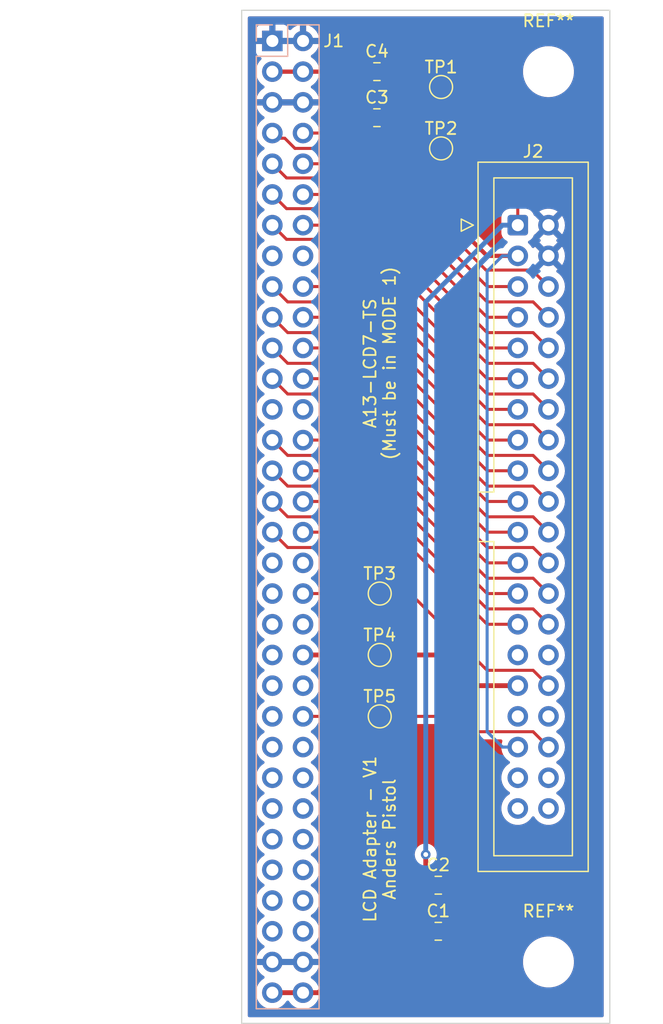
<source format=kicad_pcb>
(kicad_pcb (version 20211014) (generator pcbnew)
  (layers (0 "F.Cu" signal) (31 "B.Cu" signal) (34 "B.Paste" user) (35 "F.Paste" user) (36 "B.SilkS" user "B.Silkscreen") (37 "F.SilkS" user "F.Silkscreen") (38 "B.Mask" user) (39 "F.Mask" user) (44 "Edge.Cuts" user))
  (net 0 "")
  (net 1 "GND")
  (net 2 "5v0")
  (net 3 "/R0")
  (net 4 "/R1")
  (net 5 "/R2")
  (net 6 "/R3")
  (net 7 "/R4")
  (net 8 "/R5")
  (net 9 "/R6")
  (net 10 "/R7")
  (net 13 "/G0")
  (net 14 "/G1")
  (net 15 "/G2")
  (net 16 "/G3")
  (net 17 "/G4")
  (net 18 "/G5")
  (net 19 "/G6")
  (net 20 "/G7")
  (net 23 "/B0")
  (net 24 "/B1")
  (net 25 "/B2")
  (net 26 "/B3")
  (net 27 "/B4")
  (net 28 "/B5")
  (net 29 "/B6")
  (net 30 "/B7")
  (net 52 "3v3")
  (net 53 "/BKL")
  (net 55 "/CLK")
  (net 65 "/DE")
  (footprint "Capacitor_SMD:C_0805_2012Metric_Pad1.18x1.45mm_HandSolder" (layer "F.Cu") (at 84.8575 50.8)
    (fp_text reference "C4" (at 0 -1.68) (layer "F.SilkS"))
    (fp_text value "1uF")
    (fp_line (start -0.261252 -0.735) (end 0.261252 -0.735) (layer "F.SilkS") (width 0.12))
    (fp_line (start -0.261252 0.735) (end 0.261252 0.735) (layer "F.SilkS") (width 0.12))
    (pad "1" smd roundrect (at -1.0375 0) (size 1.175 1.45) (layers "F.Cu" "F.Paste" "F.Mask") (roundrect_rratio 0.2127659574) (net 52 "3v3"))
    (pad "2" smd roundrect (at 1.0375 0) (size 1.175 1.45) (layers "F.Cu" "F.Paste" "F.Mask") (roundrect_rratio 0.2127659574) (net 1 "GND"))
  )
  (footprint "TestPoint:TestPoint_Pad_D1.5mm" (layer "F.Cu") (at 85.09 93.98)
    (fp_text reference "TP3" (at 0 -1.648) (layer "F.SilkS"))
    (fp_text value "DE")
    (fp_circle (center 0 0) (end 0 0.95) (layer "F.SilkS") (width 0.12) (fill none))
    (pad "1" smd circle (at 0 0) (size 1.5 1.5) (layers "F.Cu" "F.Mask") (net 65 "/DE"))
  )
  (footprint "TestPoint:TestPoint_Pad_D1.5mm" (layer "F.Cu") (at 90.17 52.07)
    (fp_text reference "TP1" (at 0 -1.648) (layer "F.SilkS"))
    (fp_text value "5v0")
    (fp_circle (center 0 0) (end 0 0.95) (layer "F.SilkS") (width 0.12) (fill none))
    (pad "1" smd circle (at 0 0) (size 1.5 1.5) (layers "F.Cu" "F.Mask") (net 2 "5v0"))
  )
  (footprint "Connector_IDC:IDC-Header_2x20_P2.54mm_Vertical" (layer "F.Cu") (at 96.52 63.5)
    (fp_text reference "J2" (at 1.27 -6.1) (layer "F.SilkS"))
    (fp_text value "Conn_02x20_Odd_Even")
    (fp_line (start -1.98 22.08) (end -1.98 -3.91) (layer "F.SilkS") (width 0.12))
    (fp_line (start 4.52 -3.91) (end 4.52 52.17) (layer "F.SilkS") (width 0.12))
    (fp_line (start -1.98 -3.91) (end 4.52 -3.91) (layer "F.SilkS") (width 0.12))
    (fp_line (start -4.68 0.5) (end -3.68 0) (layer "F.SilkS") (width 0.12))
    (fp_line (start -1.98 26.18) (end -1.98 26.18) (layer "F.SilkS") (width 0.12))
    (fp_line (start 5.83 53.47) (end -3.29 53.47) (layer "F.SilkS") (width 0.12))
    (fp_line (start -3.29 22.08) (end -1.98 22.08) (layer "F.SilkS") (width 0.12))
    (fp_line (start -3.68 0) (end -4.68 -0.5) (layer "F.SilkS") (width 0.12))
    (fp_line (start -4.68 -0.5) (end -4.68 0.5) (layer "F.SilkS") (width 0.12))
    (fp_line (start -3.29 -5.21) (end 5.83 -5.21) (layer "F.SilkS") (width 0.12))
    (fp_line (start 5.83 -5.21) (end 5.83 53.47) (layer "F.SilkS") (width 0.12))
    (fp_line (start -3.29 53.47) (end -3.29 -5.21) (layer "F.SilkS") (width 0.12))
    (fp_line (start -1.98 52.17) (end -1.98 26.18) (layer "F.SilkS") (width 0.12))
    (fp_line (start 4.52 52.17) (end -1.98 52.17) (layer "F.SilkS") (width 0.12))
    (fp_line (start -1.98 26.18) (end -3.29 26.18) (layer "F.SilkS") (width 0.12))
    (pad "1" thru_hole roundrect (at 0 0) (size 1.7 1.7) (drill 1) (layers *.Cu *.Mask) (roundrect_rratio 0.1470588235) (net 2 "5v0"))
    (pad "2" thru_hole circle (at 2.54 0) (size 1.7 1.7) (drill 1) (layers *.Cu *.Mask) (net 1 "GND"))
    (pad "3" thru_hole circle (at 0 2.54) (size 1.7 1.7) (drill 1) (layers *.Cu *.Mask) (net 52 "3v3"))
    (pad "4" thru_hole circle (at 2.54 2.54) (size 1.7 1.7) (drill 1) (layers *.Cu *.Mask) (net 1 "GND"))
    (pad "5" thru_hole circle (at 0 5.08) (size 1.7 1.7) (drill 1) (layers *.Cu *.Mask) (net 3 "/R0"))
    (pad "6" thru_hole circle (at 2.54 5.08) (size 1.7 1.7) (drill 1) (layers *.Cu *.Mask) (net 4 "/R1"))
    (pad "7" thru_hole circle (at 0 7.62) (size 1.7 1.7) (drill 1) (layers *.Cu *.Mask) (net 5 "/R2"))
    (pad "8" thru_hole circle (at 2.54 7.62) (size 1.7 1.7) (drill 1) (layers *.Cu *.Mask) (net 6 "/R3"))
    (pad "9" thru_hole circle (at 0 10.16) (size 1.7 1.7) (drill 1) (layers *.Cu *.Mask) (net 7 "/R4"))
    (pad "10" thru_hole circle (at 2.54 10.16) (size 1.7 1.7) (drill 1) (layers *.Cu *.Mask) (net 8 "/R5"))
    (pad "11" thru_hole circle (at 0 12.7) (size 1.7 1.7) (drill 1) (layers *.Cu *.Mask) (net 9 "/R6"))
    (pad "12" thru_hole circle (at 2.54 12.7) (size 1.7 1.7) (drill 1) (layers *.Cu *.Mask) (net 10 "/R7"))
    (pad "13" thru_hole circle (at 0 15.24) (size 1.7 1.7) (drill 1) (layers *.Cu *.Mask) (net 13 "/G0"))
    (pad "14" thru_hole circle (at 2.54 15.24) (size 1.7 1.7) (drill 1) (layers *.Cu *.Mask) (net 14 "/G1"))
    (pad "15" thru_hole circle (at 0 17.78) (size 1.7 1.7) (drill 1) (layers *.Cu *.Mask) (net 15 "/G2"))
    (pad "16" thru_hole circle (at 2.54 17.78) (size 1.7 1.7) (drill 1) (layers *.Cu *.Mask) (net 16 "/G3"))
    (pad "17" thru_hole circle (at 0 20.32) (size 1.7 1.7) (drill 1) (layers *.Cu *.Mask) (net 17 "/G4"))
    (pad "18" thru_hole circle (at 2.54 20.32) (size 1.7 1.7) (drill 1) (layers *.Cu *.Mask) (net 18 "/G5"))
    (pad "19" thru_hole circle (at 0 22.86) (size 1.7 1.7) (drill 1) (layers *.Cu *.Mask) (net 19 "/G6"))
    (pad "20" thru_hole circle (at 2.54 22.86) (size 1.7 1.7) (drill 1) (layers *.Cu *.Mask) (net 20 "/G7"))
    (pad "21" thru_hole circle (at 0 25.4) (size 1.7 1.7) (drill 1) (layers *.Cu *.Mask) (net 23 "/B0"))
    (pad "22" thru_hole circle (at 2.54 25.4) (size 1.7 1.7) (drill 1) (layers *.Cu *.Mask) (net 24 "/B1"))
    (pad "23" thru_hole circle (at 0 27.94) (size 1.7 1.7) (drill 1) (layers *.Cu *.Mask) (net 25 "/B2"))
    (pad "24" thru_hole circle (at 2.54 27.94) (size 1.7 1.7) (drill 1) (layers *.Cu *.Mask) (net 26 "/B3"))
    (pad "25" thru_hole circle (at 0 30.48) (size 1.7 1.7) (drill 1) (layers *.Cu *.Mask) (net 27 "/B4"))
    (pad "26" thru_hole circle (at 2.54 30.48) (size 1.7 1.7) (drill 1) (layers *.Cu *.Mask) (net 28 "/B5"))
    (pad "27" thru_hole circle (at 0 33.02) (size 1.7 1.7) (drill 1) (layers *.Cu *.Mask) (net 29 "/B6"))
    (pad "28" thru_hole circle (at 2.54 33.02) (size 1.7 1.7) (drill 1) (layers *.Cu *.Mask) (net 30 "/B7"))
    (pad "29" thru_hole circle (at 0 35.56) (size 1.7 1.7) (drill 1) (layers *.Cu *.Mask))
    (pad "30" thru_hole circle (at 2.54 35.56) (size 1.7 1.7) (drill 1) (layers *.Cu *.Mask))
    (pad "31" thru_hole circle (at 0 38.1) (size 1.7 1.7) (drill 1) (layers *.Cu *.Mask) (net 55 "/CLK"))
    (pad "32" thru_hole circle (at 2.54 38.1) (size 1.7 1.7) (drill 1) (layers *.Cu *.Mask) (net 65 "/DE"))
    (pad "33" thru_hole circle (at 0 40.64) (size 1.7 1.7) (drill 1) (layers *.Cu *.Mask))
    (pad "34" thru_hole circle (at 2.54 40.64) (size 1.7 1.7) (drill 1) (layers *.Cu *.Mask))
    (pad "35" thru_hole circle (at 0 43.18) (size 1.7 1.7) (drill 1) (layers *.Cu *.Mask) (net 52 "3v3"))
    (pad "36" thru_hole circle (at 2.54 43.18) (size 1.7 1.7) (drill 1) (layers *.Cu *.Mask) (net 53 "/BKL"))
    (pad "37" thru_hole circle (at 0 45.72) (size 1.7 1.7) (drill 1) (layers *.Cu *.Mask))
    (pad "38" thru_hole circle (at 2.54 45.72) (size 1.7 1.7) (drill 1) (layers *.Cu *.Mask))
    (pad "39" thru_hole circle (at 0 48.26) (size 1.7 1.7) (drill 1) (layers *.Cu *.Mask))
    (pad "40" thru_hole circle (at 2.54 48.26) (size 1.7 1.7) (drill 1) (layers *.Cu *.Mask))
  )
  (footprint "MountingHole:MountingHole_3.2mm_M3" (layer "F.Cu") (at 99.06 124.46)
    (fp_text reference "REF**" (at 0 -4.2) (layer "F.SilkS"))
    (fp_text value "MountingHole_3.2mm_M3")
    (pad "" np_thru_hole circle (at 0 0) (size 3.2 3.2) (drill 3.2) (layers *.Cu *.Mask))
  )
  (footprint "Capacitor_SMD:C_0805_2012Metric_Pad1.18x1.45mm_HandSolder" (layer "F.Cu") (at 84.8575 54.61)
    (fp_text reference "C3" (at 0 -1.68) (layer "F.SilkS"))
    (fp_text value "100nF")
    (fp_line (start -0.261252 0.735) (end 0.261252 0.735) (layer "F.SilkS") (width 0.12))
    (fp_line (start -0.261252 -0.735) (end 0.261252 -0.735) (layer "F.SilkS") (width 0.12))
    (pad "1" smd roundrect (at -1.0375 0) (size 1.175 1.45) (layers "F.Cu" "F.Paste" "F.Mask") (roundrect_rratio 0.2127659574) (net 52 "3v3"))
    (pad "2" smd roundrect (at 1.0375 0) (size 1.175 1.45) (layers "F.Cu" "F.Paste" "F.Mask") (roundrect_rratio 0.2127659574) (net 1 "GND"))
  )
  (footprint "Capacitor_SMD:C_0805_2012Metric_Pad1.18x1.45mm_HandSolder" (layer "F.Cu") (at 89.9375 121.92)
    (fp_text reference "C1" (at 0 -1.68) (layer "F.SilkS"))
    (fp_text value "100nF")
    (fp_line (start -0.261252 0.735) (end 0.261252 0.735) (layer "F.SilkS") (width 0.12))
    (fp_line (start -0.261252 -0.735) (end 0.261252 -0.735) (layer "F.SilkS") (width 0.12))
    (pad "1" smd roundrect (at -1.0375 0) (size 1.175 1.45) (layers "F.Cu" "F.Paste" "F.Mask") (roundrect_rratio 0.2127659574) (net 2 "5v0"))
    (pad "2" smd roundrect (at 1.0375 0) (size 1.175 1.45) (layers "F.Cu" "F.Paste" "F.Mask") (roundrect_rratio 0.2127659574) (net 1 "GND"))
  )
  (footprint "TestPoint:TestPoint_Pad_D1.5mm" (layer "F.Cu") (at 85.09 104.14)
    (fp_text reference "TP5" (at 0 -1.648) (layer "F.SilkS"))
    (fp_text value "CLK")
    (fp_circle (center 0 0) (end 0 0.95) (layer "F.SilkS") (width 0.12) (fill none))
    (pad "1" smd circle (at 0 0) (size 1.5 1.5) (layers "F.Cu" "F.Mask") (net 53 "/BKL"))
  )
  (footprint "MountingHole:MountingHole_3.2mm_M3" (layer "F.Cu") (at 99.06 50.8)
    (fp_text reference "REF**" (at 0 -4.2) (layer "F.SilkS"))
    (fp_text value "MountingHole_3.2mm_M3")
    (pad "" np_thru_hole circle (at 0 0) (size 3.2 3.2) (drill 3.2) (layers *.Cu *.Mask))
  )
  (footprint "Capacitor_SMD:C_0805_2012Metric_Pad1.18x1.45mm_HandSolder" (layer "F.Cu") (at 89.9375 118.11)
    (fp_text reference "C2" (at 0 -1.68) (layer "F.SilkS"))
    (fp_text value "1uF")
    (fp_line (start -0.261252 -0.735) (end 0.261252 -0.735) (layer "F.SilkS") (width 0.12))
    (fp_line (start -0.261252 0.735) (end 0.261252 0.735) (layer "F.SilkS") (width 0.12))
    (pad "1" smd roundrect (at -1.0375 0) (size 1.175 1.45) (layers "F.Cu" "F.Paste" "F.Mask") (roundrect_rratio 0.2127659574) (net 2 "5v0"))
    (pad "2" smd roundrect (at 1.0375 0) (size 1.175 1.45) (layers "F.Cu" "F.Paste" "F.Mask") (roundrect_rratio 0.2127659574) (net 1 "GND"))
  )
  (footprint "TestPoint:TestPoint_Pad_D1.5mm" (layer "F.Cu") (at 85.09 99.06)
    (fp_text reference "TP4" (at 0 -1.648) (layer "F.SilkS"))
    (fp_text value "CLK")
    (fp_circle (center 0 0) (end 0 0.95) (layer "F.SilkS") (width 0.12) (fill none))
    (pad "1" smd circle (at 0 0) (size 1.5 1.5) (layers "F.Cu" "F.Mask") (net 55 "/CLK"))
  )
  (footprint "TestPoint:TestPoint_Pad_D1.5mm" (layer "F.Cu") (at 90.17 57.15)
    (fp_text reference "TP2" (at 0 -1.648) (layer "F.SilkS"))
    (fp_text value "3v3")
    (fp_circle (center 0 0) (end 0 0.95) (layer "F.SilkS") (width 0.12) (fill none))
    (pad "1" smd circle (at 0 0) (size 1.5 1.5) (layers "F.Cu" "F.Mask") (net 52 "3v3"))
  )
  (footprint "Connector_PinSocket_2.54mm:PinSocket_2x32_P2.54mm_Vertical" (layer "B.Cu") (at 76.2 48.26 180)
    (fp_text reference "J1" (at -5.08 0) (layer "F.SilkS"))
    (fp_text value "Conn_02x32_Odd_Even")
    (fp_line (start -3.87 1.33) (end -1.27 1.33) (layer "B.SilkS") (width 0.12))
    (fp_line (start -1.27 -1.27) (end 1.33 -1.27) (layer "B.SilkS") (width 0.12))
    (fp_line (start -1.27 1.33) (end -1.27 -1.27) (layer "B.SilkS") (width 0.12))
    (fp_line (start 0 1.33) (end 1.33 1.33) (layer "B.SilkS") (width 0.12))
    (fp_line (start 1.33 -1.27) (end 1.33 -80.07) (layer "B.SilkS") (width 0.12))
    (fp_line (start 1.33 1.33) (end 1.33 0) (layer "B.SilkS") (width 0.12))
    (fp_line (start -3.87 1.33) (end -3.87 -80.07) (layer "B.SilkS") (width 0.12))
    (fp_line (start -3.87 -80.07) (end 1.33 -80.07) (layer "B.SilkS") (width 0.12))
    (pad "1" thru_hole rect (at 0 0 180) (size 1.7 1.7) (drill 1) (layers *.Cu *.Mask) (net 1 "GND"))
    (pad "2" thru_hole oval (at -2.54 0 180) (size 1.7 1.7) (drill 1) (layers *.Cu *.Mask) (net 1 "GND"))
    (pad "3" thru_hole oval (at 0 -2.54 180) (size 1.7 1.7) (drill 1) (layers *.Cu *.Mask) (net 52 "3v3"))
    (pad "4" thru_hole oval (at -2.54 -2.54 180) (size 1.7 1.7) (drill 1) (layers *.Cu *.Mask) (net 52 "3v3"))
    (pad "5" thru_hole oval (at 0 -5.08 180) (size 1.7 1.7) (drill 1) (layers *.Cu *.Mask) (net 1 "GND"))
    (pad "6" thru_hole oval (at -2.54 -5.08 180) (size 1.7 1.7) (drill 1) (layers *.Cu *.Mask) (net 1 "GND"))
    (pad "7" thru_hole oval (at 0 -7.62 180) (size 1.7 1.7) (drill 1) (layers *.Cu *.Mask) (net 3 "/R0"))
    (pad "8" thru_hole oval (at -2.54 -7.62 180) (size 1.7 1.7) (drill 1) (layers *.Cu *.Mask) (net 4 "/R1"))
    (pad "9" thru_hole oval (at 0 -10.16 180) (size 1.7 1.7) (drill 1) (layers *.Cu *.Mask) (net 5 "/R2"))
    (pad "10" thru_hole oval (at -2.54 -10.16 180) (size 1.7 1.7) (drill 1) (layers *.Cu *.Mask) (net 6 "/R3"))
    (pad "11" thru_hole oval (at 0 -12.7 180) (size 1.7 1.7) (drill 1) (layers *.Cu *.Mask) (net 7 "/R4"))
    (pad "12" thru_hole oval (at -2.54 -12.7 180) (size 1.7 1.7) (drill 1) (layers *.Cu *.Mask) (net 8 "/R5"))
    (pad "13" thru_hole oval (at 0 -15.24 180) (size 1.7 1.7) (drill 1) (layers *.Cu *.Mask) (net 9 "/R6"))
    (pad "14" thru_hole oval (at -2.54 -15.24 180) (size 1.7 1.7) (drill 1) (layers *.Cu *.Mask) (net 10 "/R7"))
    (pad "15" thru_hole oval (at 0 -17.78 180) (size 1.7 1.7) (drill 1) (layers *.Cu *.Mask))
    (pad "16" thru_hole oval (at -2.54 -17.78 180) (size 1.7 1.7) (drill 1) (layers *.Cu *.Mask))
    (pad "17" thru_hole oval (at 0 -20.32 180) (size 1.7 1.7) (drill 1) (layers *.Cu *.Mask) (net 13 "/G0"))
    (pad "18" thru_hole oval (at -2.54 -20.32 180) (size 1.7 1.7) (drill 1) (layers *.Cu *.Mask) (net 14 "/G1"))
    (pad "19" thru_hole oval (at 0 -22.86 180) (size 1.7 1.7) (drill 1) (layers *.Cu *.Mask) (net 15 "/G2"))
    (pad "20" thru_hole oval (at -2.54 -22.86 180) (size 1.7 1.7) (drill 1) (layers *.Cu *.Mask) (net 16 "/G3"))
    (pad "21" thru_hole oval (at 0 -25.4 180) (size 1.7 1.7) (drill 1) (layers *.Cu *.Mask) (net 17 "/G4"))
    (pad "22" thru_hole oval (at -2.54 -25.4 180) (size 1.7 1.7) (drill 1) (layers *.Cu *.Mask) (net 18 "/G5"))
    (pad "23" thru_hole oval (at 0 -27.94 180) (size 1.7 1.7) (drill 1) (layers *.Cu *.Mask) (net 19 "/G6"))
    (pad "24" thru_hole oval (at -2.54 -27.94 180) (size 1.7 1.7) (drill 1) (layers *.Cu *.Mask) (net 20 "/G7"))
    (pad "25" thru_hole oval (at 0 -30.48 180) (size 1.7 1.7) (drill 1) (layers *.Cu *.Mask))
    (pad "26" thru_hole oval (at -2.54 -30.48 180) (size 1.7 1.7) (drill 1) (layers *.Cu *.Mask))
    (pad "27" thru_hole oval (at 0 -33.02 180) (size 1.7 1.7) (drill 1) (layers *.Cu *.Mask) (net 23 "/B0"))
    (pad "28" thru_hole oval (at -2.54 -33.02 180) (size 1.7 1.7) (drill 1) (layers *.Cu *.Mask) (net 24 "/B1"))
    (pad "29" thru_hole oval (at 0 -35.56 180) (size 1.7 1.7) (drill 1) (layers *.Cu *.Mask) (net 25 "/B2"))
    (pad "30" thru_hole oval (at -2.54 -35.56 180) (size 1.7 1.7) (drill 1) (layers *.Cu *.Mask) (net 26 "/B3"))
    (pad "31" thru_hole oval (at 0 -38.1 180) (size 1.7 1.7) (drill 1) (layers *.Cu *.Mask) (net 27 "/B4"))
    (pad "32" thru_hole oval (at -2.54 -38.1 180) (size 1.7 1.7) (drill 1) (layers *.Cu *.Mask) (net 28 "/B5"))
    (pad "33" thru_hole oval (at 0 -40.64 180) (size 1.7 1.7) (drill 1) (layers *.Cu *.Mask) (net 29 "/B6"))
    (pad "34" thru_hole oval (at -2.54 -40.64 180) (size 1.7 1.7) (drill 1) (layers *.Cu *.Mask) (net 30 "/B7"))
    (pad "35" thru_hole oval (at 0 -43.18 180) (size 1.7 1.7) (drill 1) (layers *.Cu *.Mask))
    (pad "36" thru_hole oval (at -2.54 -43.18 180) (size 1.7 1.7) (drill 1) (layers *.Cu *.Mask))
    (pad "37" thru_hole oval (at 0 -45.72 180) (size 1.7 1.7) (drill 1) (layers *.Cu *.Mask))
    (pad "38" thru_hole oval (at -2.54 -45.72 180) (size 1.7 1.7) (drill 1) (layers *.Cu *.Mask) (net 65 "/DE"))
    (pad "39" thru_hole oval (at 0 -48.26 180) (size 1.7 1.7) (drill 1) (layers *.Cu *.Mask))
    (pad "40" thru_hole oval (at -2.54 -48.26 180) (size 1.7 1.7) (drill 1) (layers *.Cu *.Mask))
    (pad "41" thru_hole oval (at 0 -50.8 180) (size 1.7 1.7) (drill 1) (layers *.Cu *.Mask))
    (pad "42" thru_hole oval (at -2.54 -50.8 180) (size 1.7 1.7) (drill 1) (layers *.Cu *.Mask) (net 55 "/CLK"))
    (pad "43" thru_hole oval (at 0 -53.34 180) (size 1.7 1.7) (drill 1) (layers *.Cu *.Mask))
    (pad "44" thru_hole oval (at -2.54 -53.34 180) (size 1.7 1.7) (drill 1) (layers *.Cu *.Mask))
    (pad "45" thru_hole oval (at 0 -55.88 180) (size 1.7 1.7) (drill 1) (layers *.Cu *.Mask))
    (pad "46" thru_hole oval (at -2.54 -55.88 180) (size 1.7 1.7) (drill 1) (layers *.Cu *.Mask) (net 53 "/BKL"))
    (pad "47" thru_hole oval (at 0 -58.42 180) (size 1.7 1.7) (drill 1) (layers *.Cu *.Mask))
    (pad "48" thru_hole oval (at -2.54 -58.42 180) (size 1.7 1.7) (drill 1) (layers *.Cu *.Mask))
    (pad "49" thru_hole oval (at 0 -60.96 180) (size 1.7 1.7) (drill 1) (layers *.Cu *.Mask))
    (pad "50" thru_hole oval (at -2.54 -60.96 180) (size 1.7 1.7) (drill 1) (layers *.Cu *.Mask))
    (pad "51" thru_hole oval (at 0 -63.5 180) (size 1.7 1.7) (drill 1) (layers *.Cu *.Mask))
    (pad "52" thru_hole oval (at -2.54 -63.5 180) (size 1.7 1.7) (drill 1) (layers *.Cu *.Mask))
    (pad "53" thru_hole oval (at 0 -66.04 180) (size 1.7 1.7) (drill 1) (layers *.Cu *.Mask))
    (pad "54" thru_hole oval (at -2.54 -66.04 180) (size 1.7 1.7) (drill 1) (layers *.Cu *.Mask))
    (pad "55" thru_hole oval (at 0 -68.58 180) (size 1.7 1.7) (drill 1) (layers *.Cu *.Mask))
    (pad "56" thru_hole oval (at -2.54 -68.58 180) (size 1.7 1.7) (drill 1) (layers *.Cu *.Mask))
    (pad "57" thru_hole oval (at 0 -71.12 180) (size 1.7 1.7) (drill 1) (layers *.Cu *.Mask))
    (pad "58" thru_hole oval (at -2.54 -71.12 180) (size 1.7 1.7) (drill 1) (layers *.Cu *.Mask))
    (pad "59" thru_hole oval (at 0 -73.66 180) (size 1.7 1.7) (drill 1) (layers *.Cu *.Mask))
    (pad "60" thru_hole oval (at -2.54 -73.66 180) (size 1.7 1.7) (drill 1) (layers *.Cu *.Mask))
    (pad "61" thru_hole oval (at 0 -76.2 180) (size 1.7 1.7) (drill 1) (layers *.Cu *.Mask) (net 1 "GND"))
    (pad "62" thru_hole oval (at -2.54 -76.2 180) (size 1.7 1.7) (drill 1) (layers *.Cu *.Mask) (net 1 "GND"))
    (pad "63" thru_hole oval (at 0 -78.74 180) (size 1.7 1.7) (drill 1) (layers *.Cu *.Mask) (net 2 "5v0"))
    (pad "64" thru_hole oval (at -2.54 -78.74 180) (size 1.7 1.7) (drill 1) (layers *.Cu *.Mask) (net 2 "5v0"))
  )
  (gr_rect (start 73.66 45.72) (end 104.14 129.54) (layer "Edge.Cuts") (width 0.1) (fill none))
  (gr_text "LCD Adapter - V1\nAnders Pistol" (at 85.09 114.3 90) (layer "F.SilkS") (effects (font (size 1 1))))
  (gr_text "A13-LCD7-TS\n(Must be in MODE 1)" (at 85.09 74.93 90) (layer "F.SilkS") (effects (font (size 1 1))))
  (segment (start 78.74 127) (end 76.2 127) (width 0.4) (layer "F.Cu") (net 2))
  (segment (start 96.52 63.5) (end 96.52 58.42) (width 0.25) (layer "F.Cu") (net 2))
  (segment (start 85.09 121.92) (end 80.01 127) (width 0.4) (layer "F.Cu") (net 2))
  (segment (start 88.9 121.92) (end 85.09 121.92) (width 0.4) (layer "F.Cu") (net 2))
  (segment (start 88.9 115.57) (end 88.9 121.92) (width 0.4) (layer "F.Cu") (net 2))
  (segment (start 96.52 58.42) (end 90.17 52.07) (width 0.25) (layer "F.Cu") (net 2))
  (segment (start 80.01 127) (end 78.74 127) (width 0.4) (layer "F.Cu") (net 2))
  (via (at 88.9 115.57) (size 0.8) (drill 0.4) (layers "F.Cu" "B.Cu") (net 2))
  (segment (start 88.9 115.57) (end 88.9 69.85) (width 0.4) (layer "B.Cu") (net 2))
  (segment (start 88.9 69.85) (end 95.25 63.5) (width 0.4) (layer "B.Cu") (net 2))
  (segment (start 95.25 63.5) (end 96.52 63.5) (width 0.4) (layer "B.Cu") (net 2))
  (segment (start 93.98 68.58) (end 82.55 57.15) (width 0.25) (layer "F.Cu") (net 3))
  (segment (start 96.52 68.58) (end 93.98 68.58) (width 0.25) (layer "F.Cu") (net 3))
  (segment (start 82.55 57.15) (end 78.070362 57.15) (width 0.25) (layer "F.Cu") (net 3))
  (segment (start 78.070362 57.15) (end 77.224881 56.304519) (width 0.25) (layer "F.Cu") (net 3))
  (segment (start 77.224881 56.304519) (end 76.2 56.304519) (width 0.25) (layer "F.Cu") (net 3))
  (segment (start 97.694511 67.214511) (end 93.884511 67.214511) (width 0.25) (layer "F.Cu") (net 4))
  (segment (start 93.884511 67.214511) (end 82.55 55.88) (width 0.25) (layer "F.Cu") (net 4))
  (segment (start 99.06 68.58) (end 97.694511 67.214511) (width 0.25) (layer "F.Cu") (net 4))
  (segment (start 82.55 55.88) (end 78.74 55.88) (width 0.25) (layer "F.Cu") (net 4))
  (segment (start 82.454511 59.594511) (end 77.374511 59.594511) (width 0.25) (layer "F.Cu") (net 5))
  (segment (start 93.98 71.12) (end 82.454511 59.594511) (width 0.25) (layer "F.Cu") (net 5))
  (segment (start 77.374511 59.594511) (end 76.2 58.42) (width 0.25) (layer "F.Cu") (net 5))
  (segment (start 96.52 71.12) (end 93.98 71.12) (width 0.25) (layer "F.Cu") (net 5))
  (segment (start 93.98 69.85) (end 82.55 58.42) (width 0.25) (layer "F.Cu") (net 6))
  (segment (start 99.06 71.12) (end 97.79 69.85) (width 0.25) (layer "F.Cu") (net 6))
  (segment (start 97.79 69.85) (end 93.98 69.85) (width 0.25) (layer "F.Cu") (net 6))
  (segment (start 82.55 58.42) (end 78.74 58.42) (width 0.25) (layer "F.Cu") (net 6))
  (segment (start 82.454511 62.134511) (end 77.374511 62.134511) (width 0.25) (layer "F.Cu") (net 7))
  (segment (start 77.374511 62.134511) (end 76.2 60.96) (width 0.25) (layer "F.Cu") (net 7))
  (segment (start 96.52 73.66) (end 93.98 73.66) (width 0.25) (layer "F.Cu") (net 7))
  (segment (start 93.98 73.66) (end 82.454511 62.134511) (width 0.25) (layer "F.Cu") (net 7))
  (segment (start 82.55 60.96) (end 78.74 60.96) (width 0.25) (layer "F.Cu") (net 8))
  (segment (start 99.06 73.66) (end 97.79 72.39) (width 0.25) (layer "F.Cu") (net 8))
  (segment (start 93.98 72.39) (end 82.55 60.96) (width 0.25) (layer "F.Cu") (net 8))
  (segment (start 97.79 72.39) (end 93.98 72.39) (width 0.25) (layer "F.Cu") (net 8))
  (segment (start 96.52 76.2) (end 93.98 76.2) (width 0.25) (layer "F.Cu") (net 9))
  (segment (start 93.98 76.2) (end 82.454511 64.674511) (width 0.25) (layer "F.Cu") (net 9))
  (segment (start 77.374511 64.674511) (end 76.2 63.5) (width 0.25) (layer "F.Cu") (net 9))
  (segment (start 82.454511 64.674511) (end 77.374511 64.674511) (width 0.25) (layer "F.Cu") (net 9))
  (segment (start 93.98 74.93) (end 82.55 63.5) (width 0.25) (layer "F.Cu") (net 10))
  (segment (start 82.55 63.5) (end 78.74 63.5) (width 0.25) (layer "F.Cu") (net 10))
  (segment (start 97.79 74.93) (end 93.98 74.93) (width 0.25) (layer "F.Cu") (net 10))
  (segment (start 99.06 76.2) (end 97.79 74.93) (width 0.25) (layer "F.Cu") (net 10))
  (segment (start 96.52 78.74) (end 93.98 78.74) (width 0.25) (layer "F.Cu") (net 13))
  (segment (start 93.98 78.74) (end 85.09 69.85) (width 0.25) (layer "F.Cu") (net 13))
  (segment (start 77.47 69.85) (end 76.2 68.58) (width 0.25) (layer "F.Cu") (net 13))
  (segment (start 85.09 69.85) (end 77.47 69.85) (width 0.25) (layer "F.Cu") (net 13))
  (segment (start 99.06 78.74) (end 97.79 77.47) (width 0.25) (layer "F.Cu") (net 14))
  (segment (start 97.79 77.47) (end 93.98 77.47) (width 0.25) (layer "F.Cu") (net 14))
  (segment (start 85.09 68.58) (end 78.74 68.58) (width 0.25) (layer "F.Cu") (net 14))
  (segment (start 93.98 77.47) (end 85.09 68.58) (width 0.25) (layer "F.Cu") (net 14))
  (segment (start 93.98 81.28) (end 85.09 72.39) (width 0.25) (layer "F.Cu") (net 15))
  (segment (start 96.52 81.28) (end 93.98 81.28) (width 0.25) (layer "F.Cu") (net 15))
  (segment (start 77.47 72.39) (end 76.2 71.12) (width 0.25) (layer "F.Cu") (net 15))
  (segment (start 85.09 72.39) (end 77.47 72.39) (width 0.25) (layer "F.Cu") (net 15))
  (segment (start 99.06 81.28) (end 97.79 80.01) (width 0.25) (layer "F.Cu") (net 16))
  (segment (start 97.79 80.01) (end 93.98 80.01) (width 0.25) (layer "F.Cu") (net 16))
  (segment (start 85.09 71.12) (end 78.74 71.12) (width 0.25) (layer "F.Cu") (net 16))
  (segment (start 93.98 80.01) (end 85.09 71.12) (width 0.25) (layer "F.Cu") (net 16))
  (segment (start 85.09 74.93) (end 77.47 74.93) (width 0.25) (layer "F.Cu") (net 17))
  (segment (start 93.98 83.82) (end 85.09 74.93) (width 0.25) (layer "F.Cu") (net 17))
  (segment (start 77.47 74.93) (end 76.2 73.66) (width 0.25) (layer "F.Cu") (net 17))
  (segment (start 96.52 83.82) (end 93.98 83.82) (width 0.25) (layer "F.Cu") (net 17))
  (segment (start 97.79 82.55) (end 93.98 82.55) (width 0.25) (layer "F.Cu") (net 18))
  (segment (start 85.09 73.66) (end 78.74 73.66) (width 0.25) (layer "F.Cu") (net 18))
  (segment (start 93.98 82.55) (end 85.09 73.66) (width 0.25) (layer "F.Cu") (net 18))
  (segment (start 99.06 83.82) (end 97.79 82.55) (width 0.25) (layer "F.Cu") (net 18))
  (segment (start 96.52 86.36) (end 93.98 86.36) (width 0.25) (layer "F.Cu") (net 19))
  (segment (start 93.98 86.36) (end 85.09 77.47) (width 0.25) (layer "F.Cu") (net 19))
  (segment (start 77.47 77.47) (end 76.2 76.2) (width 0.25) (layer "F.Cu") (net 19))
  (segment (start 85.09 77.47) (end 77.47 77.47) (width 0.25) (layer "F.Cu") (net 19))
  (segment (start 93.98 85.09) (end 85.09 76.2) (width 0.25) (layer "F.Cu") (net 20))
  (segment (start 85.09 76.2) (end 78.74 76.2) (width 0.25) (layer "F.Cu") (net 20))
  (segment (start 97.79 85.09) (end 93.98 85.09) (width 0.25) (layer "F.Cu") (net 20))
  (segment (start 99.06 86.36) (end 97.79 85.09) (width 0.25) (layer "F.Cu") (net 20))
  (segment (start 87.63 82.55) (end 77.47 82.55) (width 0.25) (layer "F.Cu") (net 23))
  (segment (start 93.98 88.9) (end 87.63 82.55) (width 0.25) (layer "F.Cu") (net 23))
  (segment (start 77.47 82.55) (end 76.2 81.28) (width 0.25) (layer "F.Cu") (net 23))
  (segment (start 96.52 88.9) (end 93.98 88.9) (width 0.25) (layer "F.Cu") (net 23))
  (segment (start 87.63 81.28) (end 78.74 81.28) (width 0.25) (layer "F.Cu") (net 24))
  (segment (start 99.06 88.9) (end 97.79 87.63) (width 0.25) (layer "F.Cu") (net 24))
  (segment (start 97.79 87.63) (end 93.98 87.63) (width 0.25) (layer "F.Cu") (net 24))
  (segment (start 93.98 87.63) (end 87.63 81.28) (width 0.25) (layer "F.Cu") (net 24))
  (segment (start 87.63 85.09) (end 77.47 85.09) (width 0.25) (layer "F.Cu") (net 25))
  (segment (start 96.52 91.44) (end 93.98 91.44) (width 0.25) (layer "F.Cu") (net 25))
  (segment (start 77.47 85.09) (end 76.2 83.82) (width 0.25) (layer "F.Cu") (net 25))
  (segment (start 93.98 91.44) (end 87.63 85.09) (width 0.25) (layer "F.Cu") (net 25))
  (segment (start 87.63 83.82) (end 78.74 83.82) (width 0.25) (layer "F.Cu") (net 26))
  (segment (start 93.98 90.17) (end 87.63 83.82) (width 0.25) (layer "F.Cu") (net 26))
  (segment (start 97.79 90.17) (end 93.98 90.17) (width 0.25) (layer "F.Cu") (net 26))
  (segment (start 99.06 91.44) (end 97.79 90.17) (width 0.25) (layer "F.Cu") (net 26))
  (segment (start 96.52 93.98) (end 93.98 93.98) (width 0.25) (layer "F.Cu") (net 27))
  (segment (start 93.98 93.98) (end 87.63 87.63) (width 0.25) (layer "F.Cu") (net 27))
  (segment (start 87.63 87.63) (end 77.47 87.63) (width 0.25) (layer "F.Cu") (net 27))
  (segment (start 77.47 87.63) (end 76.2 86.36) (width 0.25) (layer "F.Cu") (net 27))
  (segment (start 97.79 92.71) (end 93.98 92.71) (width 0.25) (layer "F.Cu") (net 28))
  (segment (start 87.63 86.36) (end 78.74 86.36) (width 0.25) (layer "F.Cu") (net 28))
  (segment (start 93.98 92.71) (end 87.63 86.36) (width 0.25) (layer "F.Cu") (net 28))
  (segment (start 99.06 93.98) (end 97.79 92.71) (width 0.25) (layer "F.Cu") (net 28))
  (segment (start 93.98 96.52) (end 87.63 90.17) (width 0.25) (layer "F.Cu") (net 29))
  (segment (start 77.47 90.17) (end 76.2 88.9) (width 0.25) (layer "F.Cu") (net 29))
  (segment (start 87.63 90.17) (end 77.47 90.17) (width 0.25) (layer "F.Cu") (net 29))
  (segment (start 96.52 96.52) (end 93.98 96.52) (width 0.25) (layer "F.Cu") (net 29))
  (segment (start 97.79 95.25) (end 93.98 95.25) (width 0.25) (layer "F.Cu") (net 30))
  (segment (start 87.63 88.9) (end 78.74 88.9) (width 0.25) (layer "F.Cu") (net 30))
  (segment (start 99.06 96.52) (end 97.79 95.25) (width 0.25) (layer "F.Cu") (net 30))
  (segment (start 93.98 95.25) (end 87.63 88.9) (width 0.25) (layer "F.Cu") (net 30))
  (segment (start 90.17 57.15) (end 90.17 62.23) (width 0.35) (layer "F.Cu") (net 52))
  (segment (start 96.52 66.04) (end 93.98 66.04) (width 0.35) (layer "F.Cu") (net 52))
  (segment (start 78.74 50.8) (end 76.2 50.8) (width 0.35) (layer "F.Cu") (net 52))
  (segment (start 91.44 63.5) (end 93.98 66.04) (width 0.35) (layer "F.Cu") (net 52))
  (segment (start 83.82 50.8) (end 83.82 54.61) (width 0.35) (layer "F.Cu") (net 52))
  (segment (start 83.82 50.8) (end 78.74 50.8) (width 0.35) (layer "F.Cu") (net 52))
  (segment (start 83.82 54.61) (end 83.82 55.88) (width 0.35) (layer "F.Cu") (net 52))
  (segment (start 83.82 55.88) (end 91.44 63.5) (width 0.35) (layer "F.Cu") (net 52))
  (segment (start 95.25 66.04) (end 96.52 66.04) (width 0.25) (layer "B.Cu") (net 52))
  (segment (start 95.25 106.68) (end 93.98 105.41) (width 0.25) (layer "B.Cu") (net 52))
  (segment (start 93.98 67.31) (end 95.25 66.04) (width 0.25) (layer "B.Cu") (net 52))
  (segment (start 96.52 106.68) (end 95.25 106.68) (width 0.25) (layer "B.Cu") (net 52))
  (segment (start 93.98 105.41) (end 93.98 67.31) (width 0.25) (layer "B.Cu") (net 52))
  (segment (start 99.06 106.68) (end 97.79 105.41) (width 0.25) (layer "F.Cu") (net 53))
  (segment (start 91.44 104.14) (end 85.09 104.14) (width 0.25) (layer "F.Cu") (net 53))
  (segment (start 85.09 104.14) (end 78.74 104.14) (width 0.25) (layer "F.Cu") (net 53))
  (segment (start 97.79 105.41) (end 92.71 105.41) (width 0.25) (layer "F.Cu") (net 53))
  (segment (start 92.71 105.41) (end 91.44 104.14) (width 0.25) (layer "F.Cu") (net 53))
  (segment (start 90.17 99.06) (end 85.09 99.06) (width 0.4) (layer "F.Cu") (net 55))
  (segment (start 92.71 101.6) (end 90.17 99.06) (width 0.4) (layer "F.Cu") (net 55))
  (segment (start 96.52 101.6) (end 92.71 101.6) (width 0.4) (layer "F.Cu") (net 55))
  (segment (start 85.09 99.06) (end 78.74 99.06) (width 0.4) (layer "F.Cu") (net 55))
  (segment (start 87.63 93.98) (end 85.09 93.98) (width 0.25) (layer "F.Cu") (net 65))
  (segment (start 99.06 101.6) (end 97.79 100.33) (width 0.25) (layer "F.Cu") (net 65))
  (segment (start 93.98 100.33) (end 87.63 93.98) (width 0.25) (layer "F.Cu") (net 65))
  (segment (start 97.79 100.33) (end 93.98 100.33) (width 0.25) (layer "F.Cu") (net 65))
  (segment (start 85.09 93.98) (end 78.74 93.98) (width 0.25) (layer "F.Cu") (net 65))
  (zone (net 1) (net_name "GND") (layer "F.Cu") (connect_pads (clearance 0.508)) (min_thickness 0.254) (fill yes (thermal_gap 0.508) (thermal_bridge_width 0.508))
    (polygon (pts (xy 104.14 129.54) (xy 73.66 129.54) (xy 73.66 45.72) (xy 104.14 45.72)))
  )
  (zone (net 1) (net_name "GND") (layer "B.Cu") (connect_pads (clearance 0.508)) (min_thickness 0.254) (fill yes (thermal_gap 0.508) (thermal_bridge_width 0.508))
    (polygon (pts (xy 104.14 129.54) (xy 73.66 129.54) (xy 73.66 45.72) (xy 104.14 45.72)))
  )
)
</source>
